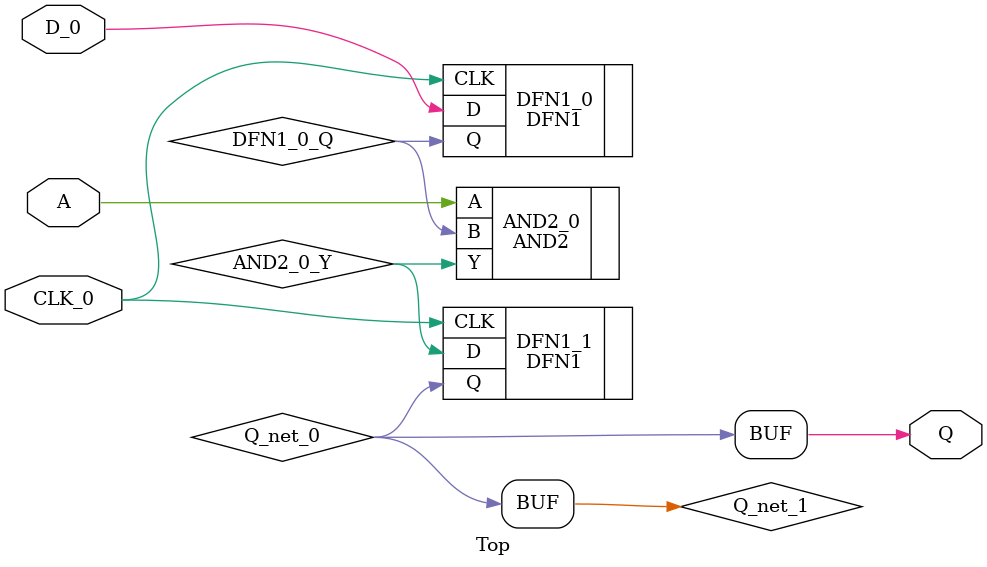
<source format=v>

`timescale 1ns / 100ps

module Top(
    // Inputs
    A,
    CLK_0,
    D_0,
    // Outputs
    Q
);

//--------------------------------------------------------------------
// Input
//--------------------------------------------------------------------
input  A;
input  CLK_0;
input  D_0;
//--------------------------------------------------------------------
// Output
//--------------------------------------------------------------------
output Q;
//--------------------------------------------------------------------
// Nets
//--------------------------------------------------------------------
wire   A;
wire   AND2_0_Y;
wire   CLK_0;
wire   D_0;
wire   DFN1_0_Q;
wire   Q_net_0;
wire   Q_net_1;
//--------------------------------------------------------------------
// Top level output port assignments
//--------------------------------------------------------------------
assign Q_net_1 = Q_net_0;
assign Q       = Q_net_1;
//--------------------------------------------------------------------
// Component instances
//--------------------------------------------------------------------
//--------AND2
AND2 AND2_0(
        // Inputs
        .A ( A ),
        .B ( DFN1_0_Q ),
        // Outputs
        .Y ( AND2_0_Y ) 
        );

//--------DFN1
DFN1 DFN1_0(
        // Inputs
        .D   ( D_0 ),
        .CLK ( CLK_0 ),
        // Outputs
        .Q   ( DFN1_0_Q ) 
        );

//--------DFN1
DFN1 DFN1_1(
        // Inputs
        .D   ( AND2_0_Y ),
        .CLK ( CLK_0 ),
        // Outputs
        .Q   ( Q_net_0 ) 
        );


endmodule

</source>
